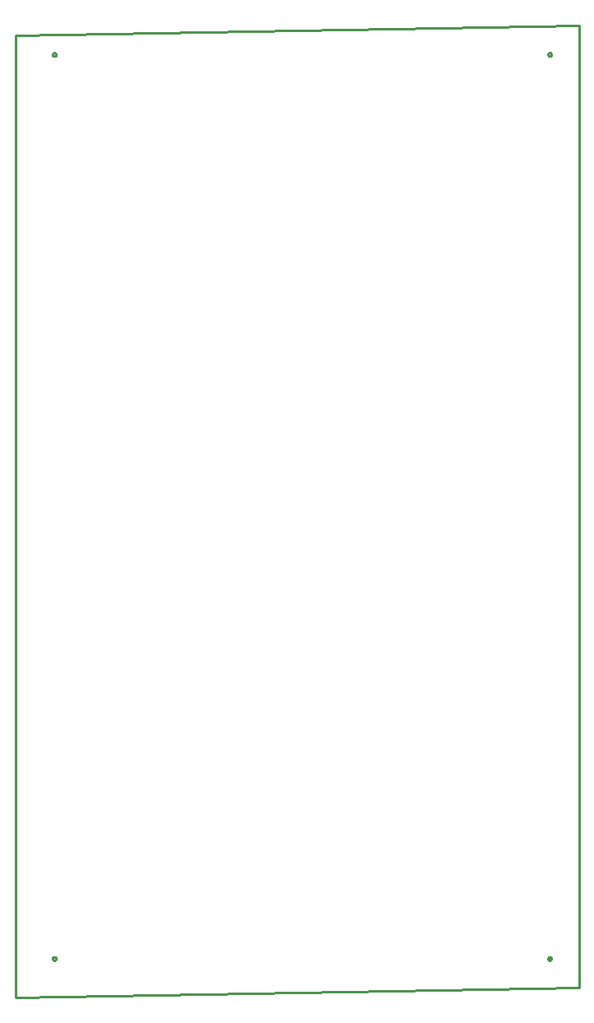
<source format=gbr>
G04 EAGLE Gerber RS-274X export*
G75*
%MOMM*%
%FSLAX34Y34*%
%LPD*%
%IN*%
%IPPOS*%
%AMOC8*
5,1,8,0,0,1.08239X$1,22.5*%
G01*
%ADD10C,0.254000*%


D10*
X200000Y-20000D02*
X780000Y-10000D01*
X780000Y980000D01*
X200000Y970000D01*
X200000Y-20000D01*
X241750Y949828D02*
X241683Y949490D01*
X241551Y949171D01*
X241359Y948884D01*
X241116Y948641D01*
X240829Y948449D01*
X240510Y948317D01*
X240172Y948250D01*
X239828Y948250D01*
X239490Y948317D01*
X239171Y948449D01*
X238884Y948641D01*
X238641Y948884D01*
X238449Y949171D01*
X238317Y949490D01*
X238250Y949828D01*
X238250Y950172D01*
X238317Y950510D01*
X238449Y950829D01*
X238641Y951116D01*
X238884Y951359D01*
X239171Y951551D01*
X239490Y951683D01*
X239828Y951750D01*
X240172Y951750D01*
X240510Y951683D01*
X240829Y951551D01*
X241116Y951359D01*
X241359Y951116D01*
X241551Y950829D01*
X241683Y950510D01*
X241750Y950172D01*
X241750Y949828D01*
X751750Y949828D02*
X751683Y949490D01*
X751551Y949171D01*
X751359Y948884D01*
X751116Y948641D01*
X750829Y948449D01*
X750510Y948317D01*
X750172Y948250D01*
X749828Y948250D01*
X749490Y948317D01*
X749171Y948449D01*
X748884Y948641D01*
X748641Y948884D01*
X748449Y949171D01*
X748317Y949490D01*
X748250Y949828D01*
X748250Y950172D01*
X748317Y950510D01*
X748449Y950829D01*
X748641Y951116D01*
X748884Y951359D01*
X749171Y951551D01*
X749490Y951683D01*
X749828Y951750D01*
X750172Y951750D01*
X750510Y951683D01*
X750829Y951551D01*
X751116Y951359D01*
X751359Y951116D01*
X751551Y950829D01*
X751683Y950510D01*
X751750Y950172D01*
X751750Y949828D01*
X751750Y19828D02*
X751683Y19490D01*
X751551Y19171D01*
X751359Y18884D01*
X751116Y18641D01*
X750829Y18449D01*
X750510Y18317D01*
X750172Y18250D01*
X749828Y18250D01*
X749490Y18317D01*
X749171Y18449D01*
X748884Y18641D01*
X748641Y18884D01*
X748449Y19171D01*
X748317Y19490D01*
X748250Y19828D01*
X748250Y20172D01*
X748317Y20510D01*
X748449Y20829D01*
X748641Y21116D01*
X748884Y21359D01*
X749171Y21551D01*
X749490Y21683D01*
X749828Y21750D01*
X750172Y21750D01*
X750510Y21683D01*
X750829Y21551D01*
X751116Y21359D01*
X751359Y21116D01*
X751551Y20829D01*
X751683Y20510D01*
X751750Y20172D01*
X751750Y19828D01*
X241750Y19828D02*
X241683Y19490D01*
X241551Y19171D01*
X241359Y18884D01*
X241116Y18641D01*
X240829Y18449D01*
X240510Y18317D01*
X240172Y18250D01*
X239828Y18250D01*
X239490Y18317D01*
X239171Y18449D01*
X238884Y18641D01*
X238641Y18884D01*
X238449Y19171D01*
X238317Y19490D01*
X238250Y19828D01*
X238250Y20172D01*
X238317Y20510D01*
X238449Y20829D01*
X238641Y21116D01*
X238884Y21359D01*
X239171Y21551D01*
X239490Y21683D01*
X239828Y21750D01*
X240172Y21750D01*
X240510Y21683D01*
X240829Y21551D01*
X241116Y21359D01*
X241359Y21116D01*
X241551Y20829D01*
X241683Y20510D01*
X241750Y20172D01*
X241750Y19828D01*
M02*

</source>
